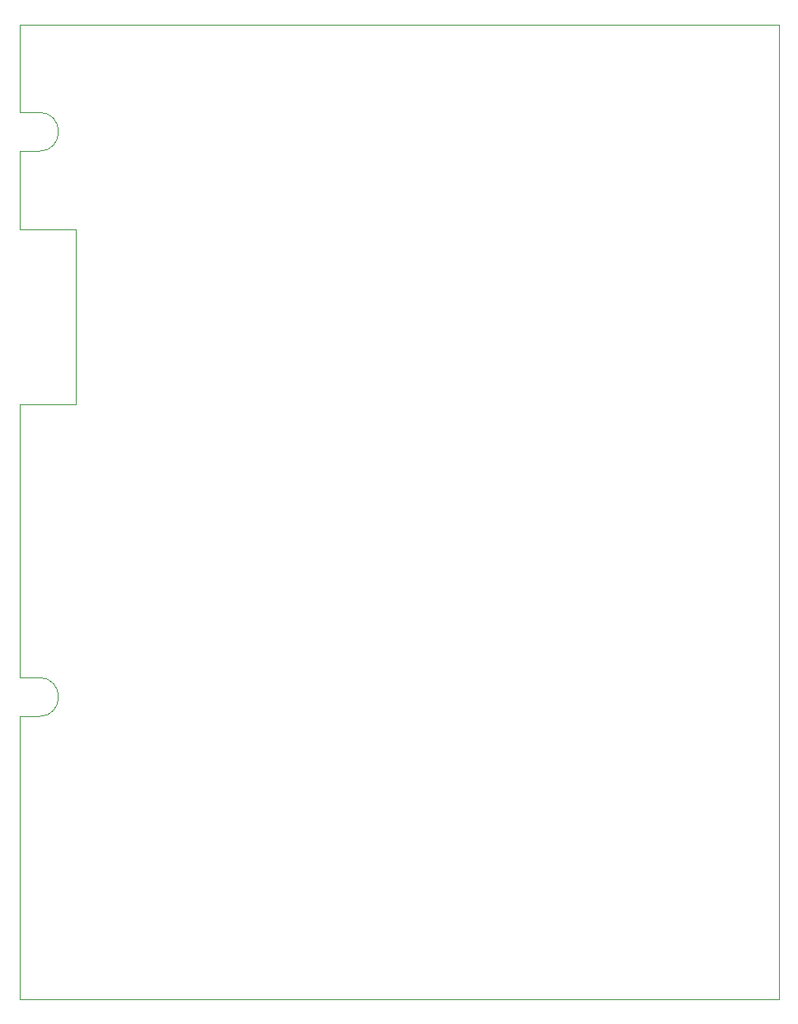
<source format=gbr>
G04 #@! TF.GenerationSoftware,KiCad,Pcbnew,7.0.1-1.fc37*
G04 #@! TF.CreationDate,2023-03-23T23:58:22+01:00*
G04 #@! TF.ProjectId,cw-amp-controll-board,63772d61-6d70-42d6-936f-6e74726f6c6c,rev?*
G04 #@! TF.SameCoordinates,Original*
G04 #@! TF.FileFunction,Profile,NP*
%FSLAX46Y46*%
G04 Gerber Fmt 4.6, Leading zero omitted, Abs format (unit mm)*
G04 Created by KiCad (PCBNEW 7.0.1-1.fc37) date 2023-03-23 23:58:22*
%MOMM*%
%LPD*%
G01*
G04 APERTURE LIST*
G04 #@! TA.AperFunction,Profile*
%ADD10C,0.100000*%
G04 #@! TD*
G04 APERTURE END LIST*
D10*
X112000000Y-129000000D02*
X112000000Y-158000000D01*
X190000000Y-58000000D02*
X190000000Y-158000000D01*
X117750000Y-97000000D02*
X112000000Y-97000000D01*
X114000000Y-129000000D02*
X112000000Y-129000000D01*
X112000000Y-97000000D02*
X112000000Y-125000000D01*
X112000000Y-58000000D02*
X190000000Y-58000000D01*
X112000000Y-79000000D02*
X117750000Y-79000000D01*
X117750000Y-79000000D02*
X117750000Y-97000000D01*
X114000000Y-67000000D02*
X112000000Y-67000000D01*
X114000000Y-71000000D02*
X112000000Y-71000000D01*
X112000000Y-67000000D02*
X112000000Y-58000000D01*
X114000000Y-129000000D02*
G75*
G03*
X114000000Y-125000000I0J2000000D01*
G01*
X190000000Y-158000000D02*
X112000000Y-158000000D01*
X112000000Y-125000000D02*
X114000000Y-125000000D01*
X114000000Y-71000000D02*
G75*
G03*
X114000000Y-67000000I0J2000000D01*
G01*
X112000000Y-71000000D02*
X112000000Y-79000000D01*
M02*

</source>
